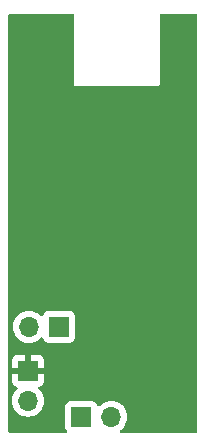
<source format=gbr>
%TF.GenerationSoftware,KiCad,Pcbnew,8.0.4*%
%TF.CreationDate,2024-09-13T17:58:40-07:00*%
%TF.ProjectId,gnss-test,676e7373-2d74-4657-9374-2e6b69636164,rev?*%
%TF.SameCoordinates,Original*%
%TF.FileFunction,Copper,L2,Bot*%
%TF.FilePolarity,Positive*%
%FSLAX46Y46*%
G04 Gerber Fmt 4.6, Leading zero omitted, Abs format (unit mm)*
G04 Created by KiCad (PCBNEW 8.0.4) date 2024-09-13 17:58:40*
%MOMM*%
%LPD*%
G01*
G04 APERTURE LIST*
%TA.AperFunction,ComponentPad*%
%ADD10R,1.700000X1.700000*%
%TD*%
%TA.AperFunction,ComponentPad*%
%ADD11O,1.700000X1.700000*%
%TD*%
%TA.AperFunction,ViaPad*%
%ADD12C,0.600000*%
%TD*%
G04 APERTURE END LIST*
D10*
%TO.P,J2,1,Pin_1*%
%TO.N,~{GPS_RTC_PWR_EN}*%
X162175000Y-85825000D03*
D11*
%TO.P,J2,2,Pin_2*%
%TO.N,~{GPS_PWR_EN}*%
X164715000Y-85825000D03*
%TD*%
D10*
%TO.P,J1,1,Pin_1*%
%TO.N,GND*%
X157650000Y-81925000D03*
D11*
%TO.P,J1,2,Pin_2*%
%TO.N,+3.3V*%
X157650000Y-84465000D03*
%TD*%
D10*
%TO.P,J3,1,Pin_1*%
%TO.N,GPS_UART_TX*%
X160275000Y-78200000D03*
D11*
%TO.P,J3,2,Pin_2*%
%TO.N,GPS_UART_RX*%
X157735000Y-78200000D03*
%TD*%
D12*
%TO.N,GND*%
X169470000Y-63330000D03*
X156710000Y-55090000D03*
X167260000Y-71150000D03*
X159360000Y-53840000D03*
X161800000Y-62570000D03*
X168370000Y-74040000D03*
X169870000Y-84660000D03*
X171220000Y-56050000D03*
X167260000Y-73850000D03*
X171240000Y-59980000D03*
X169780000Y-72190000D03*
X171320000Y-62700000D03*
X158010000Y-60940000D03*
X166940000Y-82570000D03*
X171320000Y-80990000D03*
X168410000Y-85280000D03*
X169870000Y-65400000D03*
X158990000Y-64680000D03*
X171240000Y-58570000D03*
X167290000Y-66480000D03*
X171340000Y-66940000D03*
X167530000Y-59940000D03*
X171320000Y-82470000D03*
X159360000Y-60940000D03*
X169510000Y-61480000D03*
X156710000Y-53430000D03*
X159390000Y-57490000D03*
X161650000Y-58500000D03*
X156660000Y-58530000D03*
X171340000Y-76730000D03*
X171320000Y-68340000D03*
X167490000Y-61660000D03*
X156710000Y-56810000D03*
X166920000Y-83780000D03*
X159390000Y-62510000D03*
X160120000Y-64650000D03*
X168370000Y-70510000D03*
X160030000Y-63700000D03*
X156770000Y-60060000D03*
X171240000Y-57200000D03*
X171340000Y-71170000D03*
X168370000Y-65230000D03*
X171340000Y-72530000D03*
X163210000Y-59840000D03*
X161870000Y-59660000D03*
X169170000Y-58450000D03*
X171320000Y-78160000D03*
X166940000Y-84860000D03*
X161410000Y-64620000D03*
X156800000Y-86800000D03*
X167260000Y-68210000D03*
X168410000Y-86840000D03*
X157520000Y-52410000D03*
X169740000Y-56070000D03*
X158120000Y-86760000D03*
X162570000Y-64680000D03*
X157730000Y-64740000D03*
X171320000Y-73900000D03*
X171320000Y-86840000D03*
X166110000Y-61480000D03*
X166060000Y-63930000D03*
X167260000Y-69570000D03*
X163700000Y-64710000D03*
X159480000Y-59320000D03*
X160730000Y-53870000D03*
X167050000Y-81160000D03*
X171340000Y-65540000D03*
X166110000Y-58470000D03*
X158310000Y-53870000D03*
X158010000Y-62540000D03*
X171320000Y-75330000D03*
X161990000Y-60980000D03*
X169810000Y-86860000D03*
X166960000Y-85860000D03*
X167310000Y-63330000D03*
X169710000Y-57300000D03*
X166900000Y-79740000D03*
X156770000Y-61370000D03*
X161740000Y-63580000D03*
X166110000Y-59920000D03*
X159320000Y-55560000D03*
X168370000Y-81270000D03*
X169730000Y-79600000D03*
X163210000Y-61830000D03*
X168190000Y-83610000D03*
X160700000Y-56600000D03*
X167080000Y-86860000D03*
X169210000Y-59940000D03*
X158070000Y-57490000D03*
X168540000Y-67650000D03*
X171320000Y-79590000D03*
X158070000Y-55650000D03*
X156720000Y-64130000D03*
X160640000Y-62630000D03*
X160760000Y-60940000D03*
X158160000Y-63730000D03*
X167590000Y-76840000D03*
X169690000Y-82330000D03*
X171320000Y-64080000D03*
X160670000Y-55250000D03*
X171290000Y-83850000D03*
X163050000Y-80580000D03*
X169510000Y-77390000D03*
X163210000Y-60820000D03*
X171290000Y-61330000D03*
X166090000Y-62680000D03*
X158040000Y-59320000D03*
X167260000Y-75280000D03*
X169820000Y-68840000D03*
X167590000Y-58450000D03*
X171290000Y-85460000D03*
X166780000Y-78340000D03*
X169780000Y-75580000D03*
X167240000Y-72530000D03*
X156720000Y-62750000D03*
X166930000Y-64920000D03*
X168280000Y-78630000D03*
X159480000Y-86730000D03*
X171320000Y-69770000D03*
%TD*%
%TA.AperFunction,Conductor*%
%TO.N,GND*%
G36*
X161463039Y-51700185D02*
G01*
X161508794Y-51752989D01*
X161520000Y-51804500D01*
X161520000Y-57850000D01*
X168670000Y-57850000D01*
X168850000Y-57670000D01*
X168850000Y-51804500D01*
X168869685Y-51737461D01*
X168922489Y-51691706D01*
X168974000Y-51680500D01*
X171855500Y-51680500D01*
X171922539Y-51700185D01*
X171968294Y-51752989D01*
X171979500Y-51804500D01*
X171979500Y-87055500D01*
X171959815Y-87122539D01*
X171907011Y-87168294D01*
X171855500Y-87179500D01*
X165528377Y-87179500D01*
X165461338Y-87159815D01*
X165415583Y-87107011D01*
X165405639Y-87037853D01*
X165434664Y-86974297D01*
X165457254Y-86953925D01*
X165509515Y-86917331D01*
X165586401Y-86863495D01*
X165753495Y-86696401D01*
X165889035Y-86502830D01*
X165988903Y-86288663D01*
X166050063Y-86060408D01*
X166070659Y-85825000D01*
X166050063Y-85589592D01*
X165988903Y-85361337D01*
X165889035Y-85147171D01*
X165885999Y-85142834D01*
X165753494Y-84953597D01*
X165586402Y-84786506D01*
X165586395Y-84786501D01*
X165392834Y-84650967D01*
X165392830Y-84650965D01*
X165392828Y-84650964D01*
X165178663Y-84551097D01*
X165178659Y-84551096D01*
X165178655Y-84551094D01*
X164950413Y-84489938D01*
X164950403Y-84489936D01*
X164715001Y-84469341D01*
X164714999Y-84469341D01*
X164479596Y-84489936D01*
X164479586Y-84489938D01*
X164251344Y-84551094D01*
X164251335Y-84551098D01*
X164037171Y-84650964D01*
X164037169Y-84650965D01*
X163843600Y-84786503D01*
X163721673Y-84908430D01*
X163660350Y-84941914D01*
X163590658Y-84936930D01*
X163534725Y-84895058D01*
X163517810Y-84864081D01*
X163468797Y-84732671D01*
X163468793Y-84732664D01*
X163382547Y-84617455D01*
X163382544Y-84617452D01*
X163267335Y-84531206D01*
X163267328Y-84531202D01*
X163132482Y-84480908D01*
X163132483Y-84480908D01*
X163072883Y-84474501D01*
X163072881Y-84474500D01*
X163072873Y-84474500D01*
X163072864Y-84474500D01*
X161277129Y-84474500D01*
X161277123Y-84474501D01*
X161217516Y-84480908D01*
X161082671Y-84531202D01*
X161082664Y-84531206D01*
X160967455Y-84617452D01*
X160967452Y-84617455D01*
X160881206Y-84732664D01*
X160881202Y-84732671D01*
X160830908Y-84867517D01*
X160824501Y-84927116D01*
X160824500Y-84927135D01*
X160824500Y-86722870D01*
X160824501Y-86722876D01*
X160830908Y-86782483D01*
X160881202Y-86917328D01*
X160881204Y-86917331D01*
X160929008Y-86981189D01*
X160953426Y-87046652D01*
X160938575Y-87114925D01*
X160889170Y-87164331D01*
X160829742Y-87179500D01*
X156124500Y-87179500D01*
X156057461Y-87159815D01*
X156011706Y-87107011D01*
X156000500Y-87055500D01*
X156000500Y-84464999D01*
X156294341Y-84464999D01*
X156294341Y-84465000D01*
X156314936Y-84700403D01*
X156314938Y-84700413D01*
X156376094Y-84928655D01*
X156376096Y-84928659D01*
X156376097Y-84928663D01*
X156387724Y-84953597D01*
X156475965Y-85142830D01*
X156475967Y-85142834D01*
X156584281Y-85297521D01*
X156611505Y-85336401D01*
X156778599Y-85503495D01*
X156875384Y-85571265D01*
X156972165Y-85639032D01*
X156972167Y-85639033D01*
X156972170Y-85639035D01*
X157186337Y-85738903D01*
X157414592Y-85800063D01*
X157602918Y-85816539D01*
X157649999Y-85820659D01*
X157650000Y-85820659D01*
X157650001Y-85820659D01*
X157689234Y-85817226D01*
X157885408Y-85800063D01*
X158113663Y-85738903D01*
X158327830Y-85639035D01*
X158521401Y-85503495D01*
X158688495Y-85336401D01*
X158824035Y-85142830D01*
X158923903Y-84928663D01*
X158985063Y-84700408D01*
X159005659Y-84465000D01*
X158985063Y-84229592D01*
X158923903Y-84001337D01*
X158824035Y-83787171D01*
X158688495Y-83593599D01*
X158566179Y-83471283D01*
X158532696Y-83409963D01*
X158537680Y-83340271D01*
X158579551Y-83284337D01*
X158610529Y-83267422D01*
X158742086Y-83218354D01*
X158742093Y-83218350D01*
X158857187Y-83132190D01*
X158857190Y-83132187D01*
X158943350Y-83017093D01*
X158943354Y-83017086D01*
X158993596Y-82882379D01*
X158993598Y-82882372D01*
X158999999Y-82822844D01*
X159000000Y-82822827D01*
X159000000Y-82175000D01*
X158083012Y-82175000D01*
X158115925Y-82117993D01*
X158150000Y-81990826D01*
X158150000Y-81859174D01*
X158115925Y-81732007D01*
X158083012Y-81675000D01*
X159000000Y-81675000D01*
X159000000Y-81027172D01*
X158999999Y-81027155D01*
X158993598Y-80967627D01*
X158993596Y-80967620D01*
X158943354Y-80832913D01*
X158943350Y-80832906D01*
X158857190Y-80717812D01*
X158857187Y-80717809D01*
X158742093Y-80631649D01*
X158742086Y-80631645D01*
X158607379Y-80581403D01*
X158607372Y-80581401D01*
X158547844Y-80575000D01*
X157900000Y-80575000D01*
X157900000Y-81491988D01*
X157842993Y-81459075D01*
X157715826Y-81425000D01*
X157584174Y-81425000D01*
X157457007Y-81459075D01*
X157400000Y-81491988D01*
X157400000Y-80575000D01*
X156752155Y-80575000D01*
X156692627Y-80581401D01*
X156692620Y-80581403D01*
X156557913Y-80631645D01*
X156557906Y-80631649D01*
X156442812Y-80717809D01*
X156442809Y-80717812D01*
X156356649Y-80832906D01*
X156356645Y-80832913D01*
X156306403Y-80967620D01*
X156306401Y-80967627D01*
X156300000Y-81027155D01*
X156300000Y-81675000D01*
X157216988Y-81675000D01*
X157184075Y-81732007D01*
X157150000Y-81859174D01*
X157150000Y-81990826D01*
X157184075Y-82117993D01*
X157216988Y-82175000D01*
X156300000Y-82175000D01*
X156300000Y-82822844D01*
X156306401Y-82882372D01*
X156306403Y-82882379D01*
X156356645Y-83017086D01*
X156356649Y-83017093D01*
X156442809Y-83132187D01*
X156442812Y-83132190D01*
X156557906Y-83218350D01*
X156557913Y-83218354D01*
X156689470Y-83267421D01*
X156745403Y-83309292D01*
X156769821Y-83374756D01*
X156754970Y-83443029D01*
X156733819Y-83471284D01*
X156611503Y-83593600D01*
X156475965Y-83787169D01*
X156475964Y-83787171D01*
X156376098Y-84001335D01*
X156376094Y-84001344D01*
X156314938Y-84229586D01*
X156314936Y-84229596D01*
X156294341Y-84464999D01*
X156000500Y-84464999D01*
X156000500Y-78199999D01*
X156379341Y-78199999D01*
X156379341Y-78200000D01*
X156399936Y-78435403D01*
X156399938Y-78435413D01*
X156461094Y-78663655D01*
X156461096Y-78663659D01*
X156461097Y-78663663D01*
X156545499Y-78844663D01*
X156560965Y-78877830D01*
X156560967Y-78877834D01*
X156669281Y-79032521D01*
X156696505Y-79071401D01*
X156863599Y-79238495D01*
X156960384Y-79306265D01*
X157057165Y-79374032D01*
X157057167Y-79374033D01*
X157057170Y-79374035D01*
X157271337Y-79473903D01*
X157499592Y-79535063D01*
X157676034Y-79550500D01*
X157734999Y-79555659D01*
X157735000Y-79555659D01*
X157735001Y-79555659D01*
X157793966Y-79550500D01*
X157970408Y-79535063D01*
X158198663Y-79473903D01*
X158412830Y-79374035D01*
X158606401Y-79238495D01*
X158728329Y-79116566D01*
X158789648Y-79083084D01*
X158859340Y-79088068D01*
X158915274Y-79129939D01*
X158932189Y-79160917D01*
X158981202Y-79292328D01*
X158981206Y-79292335D01*
X159067452Y-79407544D01*
X159067455Y-79407547D01*
X159182664Y-79493793D01*
X159182671Y-79493797D01*
X159317517Y-79544091D01*
X159317516Y-79544091D01*
X159324444Y-79544835D01*
X159377127Y-79550500D01*
X161172872Y-79550499D01*
X161232483Y-79544091D01*
X161367331Y-79493796D01*
X161482546Y-79407546D01*
X161568796Y-79292331D01*
X161619091Y-79157483D01*
X161625500Y-79097873D01*
X161625499Y-77302128D01*
X161619091Y-77242517D01*
X161617810Y-77239083D01*
X161568797Y-77107671D01*
X161568793Y-77107664D01*
X161482547Y-76992455D01*
X161482544Y-76992452D01*
X161367335Y-76906206D01*
X161367328Y-76906202D01*
X161232482Y-76855908D01*
X161232483Y-76855908D01*
X161172883Y-76849501D01*
X161172881Y-76849500D01*
X161172873Y-76849500D01*
X161172864Y-76849500D01*
X159377129Y-76849500D01*
X159377123Y-76849501D01*
X159317516Y-76855908D01*
X159182671Y-76906202D01*
X159182664Y-76906206D01*
X159067455Y-76992452D01*
X159067452Y-76992455D01*
X158981206Y-77107664D01*
X158981203Y-77107669D01*
X158932189Y-77239083D01*
X158890317Y-77295016D01*
X158824853Y-77319433D01*
X158756580Y-77304581D01*
X158728326Y-77283430D01*
X158606402Y-77161506D01*
X158606395Y-77161501D01*
X158412834Y-77025967D01*
X158412830Y-77025965D01*
X158412828Y-77025964D01*
X158198663Y-76926097D01*
X158198659Y-76926096D01*
X158198655Y-76926094D01*
X157970413Y-76864938D01*
X157970403Y-76864936D01*
X157735001Y-76844341D01*
X157734999Y-76844341D01*
X157499596Y-76864936D01*
X157499586Y-76864938D01*
X157271344Y-76926094D01*
X157271335Y-76926098D01*
X157057171Y-77025964D01*
X157057169Y-77025965D01*
X156863597Y-77161505D01*
X156696505Y-77328597D01*
X156560965Y-77522169D01*
X156560964Y-77522171D01*
X156461098Y-77736335D01*
X156461094Y-77736344D01*
X156399938Y-77964586D01*
X156399936Y-77964596D01*
X156379341Y-78199999D01*
X156000500Y-78199999D01*
X156000500Y-51804500D01*
X156020185Y-51737461D01*
X156072989Y-51691706D01*
X156124500Y-51680500D01*
X161396000Y-51680500D01*
X161463039Y-51700185D01*
G37*
%TD.AperFunction*%
%TD*%
M02*

</source>
